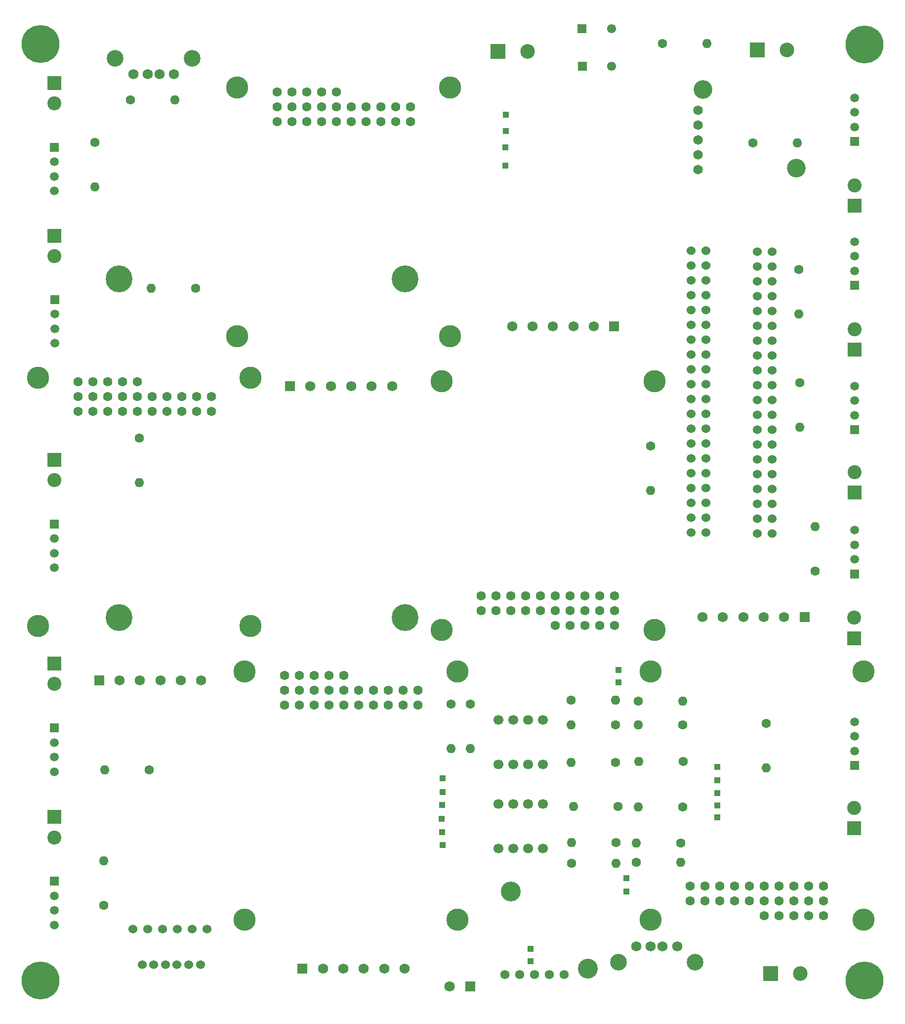
<source format=gts>
G04 #@! TF.GenerationSoftware,KiCad,Pcbnew,(6.0.8-1)-1*
G04 #@! TF.CreationDate,2022-12-04T23:50:39-05:00*
G04 #@! TF.ProjectId,Control Board,436f6e74-726f-46c2-9042-6f6172642e6b,rev?*
G04 #@! TF.SameCoordinates,Original*
G04 #@! TF.FileFunction,Soldermask,Top*
G04 #@! TF.FilePolarity,Negative*
%FSLAX46Y46*%
G04 Gerber Fmt 4.6, Leading zero omitted, Abs format (unit mm)*
G04 Created by KiCad (PCBNEW (6.0.8-1)-1) date 2022-12-04 23:50:39*
%MOMM*%
%LPD*%
G01*
G04 APERTURE LIST*
%ADD10R,1.550000X1.550000*%
%ADD11C,1.550000*%
%ADD12C,6.500000*%
%ADD13R,1.750000X1.750000*%
%ADD14C,1.750000*%
%ADD15C,1.600000*%
%ADD16O,1.600000X1.600000*%
%ADD17R,2.500000X2.500000*%
%ADD18C,2.500000*%
%ADD19R,1.000000X1.000000*%
%ADD20C,1.524000*%
%ADD21C,4.600000*%
%ADD22C,2.850000*%
%ADD23R,1.800000X1.800000*%
%ADD24C,1.800000*%
%ADD25C,3.200000*%
%ADD26C,1.650000*%
%ADD27C,3.800000*%
%ADD28C,3.400000*%
%ADD29C,1.560000*%
%ADD30C,1.700000*%
%ADD31R,2.400000X2.400000*%
%ADD32C,2.400000*%
%ADD33R,1.508000X1.508000*%
%ADD34C,1.508000*%
G04 APERTURE END LIST*
D10*
X98234500Y162458400D03*
D11*
X103234500Y162458400D03*
D10*
X98171000Y168871900D03*
D11*
X103251000Y168871900D03*
D12*
X146602000Y5849600D03*
X146620400Y166140400D03*
X5379600Y5849600D03*
D13*
X48133000Y107632500D03*
D14*
X51633000Y107632500D03*
X55133000Y107632500D03*
X58633000Y107632500D03*
X62133000Y107632500D03*
X65633000Y107632500D03*
D15*
X104013000Y29464000D03*
D16*
X96393000Y29464000D03*
D17*
X128206500Y165227000D03*
D18*
X133286500Y165227000D03*
D12*
X5379600Y166227500D03*
D15*
X75755500Y53213000D03*
D16*
X75755500Y45593000D03*
D15*
X96393000Y25971500D03*
D16*
X104013000Y25971500D03*
D15*
X96329500Y53848000D03*
D16*
X103949500Y53848000D03*
D15*
X107505500Y26098500D03*
D16*
X115125500Y26098500D03*
D15*
X107823000Y53721000D03*
D16*
X115443000Y53721000D03*
D19*
X121348500Y42481500D03*
X85115400Y154139900D03*
X121412000Y33845500D03*
X85128100Y151307800D03*
X85090000Y145415000D03*
X89408000Y9207500D03*
X89382600Y11328400D03*
X121335800Y40144700D03*
X121348500Y37973000D03*
X74295000Y38163500D03*
X74168000Y33591500D03*
X74295000Y29083000D03*
X104457500Y56908700D03*
X105791000Y23418800D03*
X74231500Y35941000D03*
X121348500Y35877500D03*
D15*
X20764500Y156654500D03*
D16*
X28384500Y156654500D03*
D15*
X135382000Y127635000D03*
D16*
X135382000Y120015000D03*
D15*
X135509000Y108267500D03*
D16*
X135509000Y100647500D03*
D20*
X116903500Y130800500D03*
X119443500Y130800500D03*
X116903500Y128260500D03*
X119443500Y128260500D03*
X116903500Y125720500D03*
X119443500Y125720500D03*
X116903500Y123180500D03*
X119443500Y123180500D03*
X116903500Y120640500D03*
X119443500Y120640500D03*
X116903500Y118100500D03*
X119443500Y118100500D03*
X116903500Y115560500D03*
X119443500Y115560500D03*
X116903500Y113020500D03*
X119443500Y113020500D03*
X116903500Y110480500D03*
X119443500Y110480500D03*
X116903500Y107940500D03*
X119443500Y107940500D03*
X116903500Y105400500D03*
X119443500Y105400500D03*
X116903500Y102860500D03*
X119443500Y102860500D03*
X116903500Y100320500D03*
X119443500Y100320500D03*
X116903500Y97780500D03*
X119443500Y97780500D03*
X116903500Y95240500D03*
X119443500Y95240500D03*
X116903500Y92700500D03*
X119443500Y92700500D03*
X116903500Y90160500D03*
X119443500Y90160500D03*
X116903500Y87620500D03*
X119443500Y87620500D03*
X116903500Y85080500D03*
X119443500Y85080500D03*
X116903500Y82540500D03*
X119443500Y82540500D03*
X128270000Y130683000D03*
X130810000Y130683000D03*
X128270000Y128143000D03*
X130810000Y128143000D03*
X128270000Y125603000D03*
X130810000Y125603000D03*
X128270000Y123063000D03*
X130810000Y123063000D03*
X128270000Y120523000D03*
X130810000Y120523000D03*
X128270000Y117983000D03*
X130810000Y117983000D03*
X128270000Y115443000D03*
X130810000Y115443000D03*
X128270000Y112903000D03*
X130810000Y112903000D03*
X128270000Y110363000D03*
X130810000Y110363000D03*
X128270000Y107823000D03*
X130810000Y107823000D03*
X128270000Y105283000D03*
X130810000Y105283000D03*
X128270000Y102743000D03*
X130810000Y102743000D03*
X128270000Y100203000D03*
X130810000Y100203000D03*
X128270000Y97663000D03*
X130810000Y97663000D03*
X128270000Y95123000D03*
X130810000Y95123000D03*
X128270000Y92583000D03*
X130810000Y92583000D03*
X128270000Y90043000D03*
X130810000Y90043000D03*
X128270000Y87503000D03*
X130810000Y87503000D03*
X128270000Y84963000D03*
X130810000Y84963000D03*
X128270000Y82423000D03*
X130810000Y82423000D03*
D21*
X67867000Y67976500D03*
X18867000Y67976500D03*
X67867000Y125976500D03*
X18867000Y125976500D03*
D22*
X18195000Y163746000D03*
X31335000Y163746000D03*
D14*
X28265000Y161036000D03*
X25765000Y161036000D03*
X23765000Y161036000D03*
X21265000Y161036000D03*
D13*
X103695500Y117856000D03*
D14*
X100195500Y117856000D03*
X96695500Y117856000D03*
X93195500Y117856000D03*
X89695500Y117856000D03*
X86195500Y117856000D03*
D13*
X15430500Y57277000D03*
D14*
X18930500Y57277000D03*
X22430500Y57277000D03*
X25930500Y57277000D03*
X29430500Y57277000D03*
X32930500Y57277000D03*
D17*
X83756500Y164973000D03*
D18*
X88836500Y164973000D03*
D23*
X79019400Y4889500D03*
D24*
X75519400Y4889500D03*
D20*
X21209000Y14668500D03*
X23749000Y14668500D03*
X26289000Y14668500D03*
X28829000Y14668500D03*
X31369000Y14668500D03*
X33909000Y14668500D03*
D13*
X136334500Y68072000D03*
D14*
X132834500Y68072000D03*
X129334500Y68072000D03*
X125834500Y68072000D03*
X122334500Y68072000D03*
X118834500Y68072000D03*
D25*
X134876500Y144955000D03*
X118876500Y158455000D03*
D26*
X118046500Y154925000D03*
X118046500Y152385000D03*
X118046500Y149845000D03*
X118046500Y147305000D03*
X118046500Y144765000D03*
D15*
X129730500Y49911000D03*
D16*
X129730500Y42291000D03*
D15*
X79057500Y53213000D03*
D16*
X79057500Y45593000D03*
D15*
X104330500Y35687000D03*
D16*
X96710500Y35687000D03*
D19*
X85064600Y148551900D03*
X105791000Y21094700D03*
D15*
X115506500Y43370500D03*
D16*
X107886500Y43370500D03*
D15*
X112014000Y166306500D03*
D16*
X119634000Y166306500D03*
D15*
X103949500Y43180000D03*
D16*
X96329500Y43180000D03*
D15*
X103949500Y49657000D03*
D16*
X96329500Y49657000D03*
D15*
X115443000Y35623500D03*
D16*
X107823000Y35623500D03*
D15*
X115125500Y29400500D03*
D16*
X107505500Y29400500D03*
D15*
X115443000Y49657000D03*
D16*
X107823000Y49657000D03*
D27*
X76835000Y58801000D03*
X40386000Y16256000D03*
X40386000Y58801000D03*
X76835000Y16256000D03*
D15*
X70075000Y55531000D03*
X70075000Y52991000D03*
X67535000Y55531000D03*
X67535000Y52991000D03*
X64995000Y55531000D03*
X64995000Y52991000D03*
X62455000Y55531000D03*
X62455000Y52991000D03*
X59915000Y55531000D03*
X59915000Y52991000D03*
X57375000Y55531000D03*
X57375000Y52991000D03*
X54835000Y55531000D03*
X54835000Y52991000D03*
X52295000Y55531000D03*
X52295000Y52991000D03*
X49755000Y55531000D03*
X49755000Y52991000D03*
X47215000Y55531000D03*
X47215000Y52991000D03*
X57375000Y58071000D03*
X54835000Y58071000D03*
X52295000Y58071000D03*
X49755000Y58071000D03*
X47215000Y58071000D03*
D27*
X4953000Y109093000D03*
X41402000Y109093000D03*
X4953000Y66548000D03*
X41402000Y66548000D03*
D15*
X34642000Y105823000D03*
X34642000Y103283000D03*
X32102000Y105823000D03*
X32102000Y103283000D03*
X29562000Y105823000D03*
X29562000Y103283000D03*
X27022000Y105823000D03*
X27022000Y103283000D03*
X24482000Y105823000D03*
X24482000Y103283000D03*
X21942000Y105823000D03*
X21942000Y103283000D03*
X19402000Y105823000D03*
X19402000Y103283000D03*
X16862000Y105823000D03*
X16862000Y103283000D03*
X14322000Y105823000D03*
X14322000Y103283000D03*
X11782000Y105823000D03*
X11782000Y103283000D03*
X21942000Y108363000D03*
X19402000Y108363000D03*
X16862000Y108363000D03*
X14322000Y108363000D03*
X11782000Y108363000D03*
D27*
X109982000Y58801000D03*
X146431000Y58801000D03*
X146431000Y16256000D03*
X109982000Y16256000D03*
D15*
X116742000Y19526000D03*
X116742000Y22066000D03*
X119282000Y19526000D03*
X119282000Y22066000D03*
X121822000Y19526000D03*
X121822000Y22066000D03*
X124362000Y19526000D03*
X124362000Y22066000D03*
X126902000Y19526000D03*
X126902000Y22066000D03*
X129442000Y19526000D03*
X129442000Y22066000D03*
X131982000Y19526000D03*
X131982000Y22066000D03*
X134522000Y19526000D03*
X134522000Y22066000D03*
X137062000Y19526000D03*
X137062000Y22066000D03*
X139602000Y19526000D03*
X139602000Y22066000D03*
X129442000Y16986000D03*
X131982000Y16986000D03*
X134522000Y16986000D03*
X137062000Y16986000D03*
X139602000Y16986000D03*
D27*
X75565000Y116205000D03*
X75565000Y158750000D03*
X39116000Y158750000D03*
X39116000Y116205000D03*
D15*
X68805000Y155480000D03*
X68805000Y152940000D03*
X66265000Y155480000D03*
X66265000Y152940000D03*
X63725000Y155480000D03*
X63725000Y152940000D03*
X61185000Y155480000D03*
X61185000Y152940000D03*
X58645000Y155480000D03*
X58645000Y152940000D03*
X56105000Y155480000D03*
X56105000Y152940000D03*
X53565000Y155480000D03*
X53565000Y152940000D03*
X51025000Y155480000D03*
X51025000Y152940000D03*
X48485000Y155480000D03*
X48485000Y152940000D03*
X45945000Y155480000D03*
X45945000Y152940000D03*
X56105000Y158020000D03*
X53565000Y158020000D03*
X51025000Y158020000D03*
X48485000Y158020000D03*
X45945000Y158020000D03*
D13*
X50292000Y7874000D03*
D14*
X53792000Y7874000D03*
X57292000Y7874000D03*
X60792000Y7874000D03*
X64292000Y7874000D03*
X67792000Y7874000D03*
D19*
X104457500Y59055000D03*
X74231500Y31305500D03*
X74295000Y40513000D03*
D28*
X85993000Y21088000D03*
X99193000Y7888000D03*
D29*
X84963000Y6858000D03*
X87503000Y6858000D03*
X90043000Y6858000D03*
X92583000Y6858000D03*
X95123000Y6858000D03*
D15*
X109982000Y97409000D03*
D16*
X109982000Y89789000D03*
D22*
X117542600Y9037500D03*
X104402600Y9037500D03*
D14*
X107472600Y11747500D03*
X109972600Y11747500D03*
X111972600Y11747500D03*
X114472600Y11747500D03*
D27*
X110617000Y65913000D03*
X74168000Y65913000D03*
X110617000Y108458000D03*
X74168000Y108458000D03*
D15*
X80928000Y69183000D03*
X80928000Y71723000D03*
X83468000Y69183000D03*
X83468000Y71723000D03*
X86008000Y69183000D03*
X86008000Y71723000D03*
X88548000Y69183000D03*
X88548000Y71723000D03*
X91088000Y69183000D03*
X91088000Y71723000D03*
X93628000Y69183000D03*
X93628000Y71723000D03*
X96168000Y69183000D03*
X96168000Y71723000D03*
X98708000Y69183000D03*
X98708000Y71723000D03*
X101248000Y69183000D03*
X101248000Y71723000D03*
X103788000Y69183000D03*
X103788000Y71723000D03*
X93628000Y66643000D03*
X96168000Y66643000D03*
X98708000Y66643000D03*
X101248000Y66643000D03*
X103788000Y66643000D03*
D30*
X91465400Y50457100D03*
X88925400Y50457100D03*
X86385400Y50457100D03*
X83845400Y50457100D03*
X83845400Y42837100D03*
X86385400Y42837100D03*
X88925400Y42837100D03*
X91465400Y42837100D03*
X91465400Y36131500D03*
X88925400Y36131500D03*
X86385400Y36131500D03*
X83845400Y36131500D03*
X83845400Y28511500D03*
X86385400Y28511500D03*
X88925400Y28511500D03*
X91465400Y28511500D03*
D20*
X22783800Y8547100D03*
X24783800Y8547100D03*
X26783800Y8547100D03*
X28783800Y8547100D03*
X30783800Y8547100D03*
X32783800Y8547100D03*
D15*
X22288500Y98742500D03*
D16*
X22288500Y91122500D03*
D31*
X7780000Y159575500D03*
D32*
X7780000Y156075500D03*
D31*
X144824000Y31918500D03*
D32*
X144824000Y35418500D03*
D15*
X138176000Y76009500D03*
D16*
X138176000Y83629500D03*
D33*
X144924000Y149521500D03*
D34*
X144924000Y152021500D03*
X144924000Y154521500D03*
X144924000Y157021500D03*
D15*
X32004000Y124396500D03*
D16*
X24384000Y124396500D03*
D33*
X7780000Y148575500D03*
D34*
X7780000Y146075500D03*
X7780000Y143575500D03*
X7780000Y141075500D03*
D31*
X144824000Y64480500D03*
D32*
X144824000Y67980500D03*
D15*
X127508000Y149288500D03*
D16*
X135128000Y149288500D03*
D31*
X144874000Y89406000D03*
D32*
X144874000Y92906000D03*
D33*
X144874000Y75480500D03*
D34*
X144874000Y77980500D03*
X144874000Y80480500D03*
X144874000Y82980500D03*
D15*
X14732000Y149415500D03*
D16*
X14732000Y141795500D03*
D31*
X144874000Y138521500D03*
D32*
X144874000Y142021500D03*
D15*
X16256000Y18732500D03*
D16*
X16256000Y26352500D03*
D33*
X7780000Y22863500D03*
D34*
X7780000Y20363500D03*
X7780000Y17863500D03*
X7780000Y15363500D03*
D31*
X7780000Y33863500D03*
D32*
X7780000Y30363500D03*
D33*
X7780000Y84031500D03*
D34*
X7780000Y81531500D03*
X7780000Y79031500D03*
X7780000Y76531500D03*
D33*
X7857000Y122475000D03*
D34*
X7857000Y119975000D03*
X7857000Y117475000D03*
X7857000Y114975000D03*
D33*
X144924000Y100156000D03*
D34*
X144924000Y102656000D03*
X144924000Y105156000D03*
X144924000Y107656000D03*
D31*
X144874000Y113883500D03*
D32*
X144874000Y117383500D03*
D31*
X7780000Y133385500D03*
D32*
X7780000Y129885500D03*
D31*
X7780000Y95031500D03*
D32*
X7780000Y91531500D03*
D31*
X7780000Y60134500D03*
D32*
X7780000Y56634500D03*
D15*
X24003000Y41973500D03*
D16*
X16383000Y41973500D03*
D33*
X144874000Y42668500D03*
D34*
X144874000Y45168500D03*
X144874000Y47668500D03*
X144874000Y50168500D03*
D17*
X130556000Y7048500D03*
D18*
X135636000Y7048500D03*
D33*
X144924000Y124883500D03*
D34*
X144924000Y127383500D03*
X144924000Y129883500D03*
X144924000Y132383500D03*
D33*
X7780000Y49134500D03*
D34*
X7780000Y46634500D03*
X7780000Y44134500D03*
X7780000Y41634500D03*
M02*

</source>
